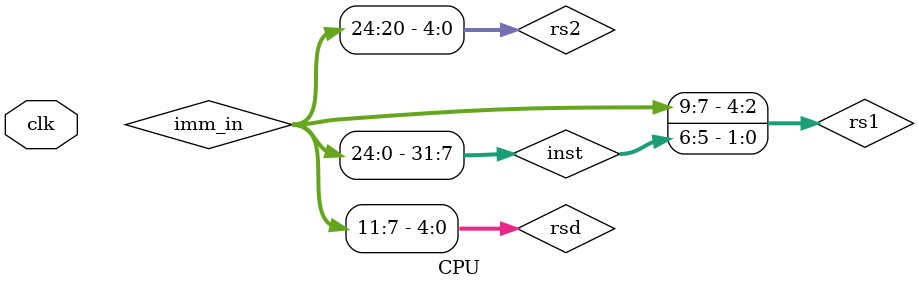
<source format=sv>
module CPU #(
  parameter DATA_WIDTH = 32
)(
  input logic clk
);

  // Wires of Datapath
  logic [DATA_WIDTH-1:0] pc_in, pc_out, pc_plus4_out;
  logic [4:0]            rs1, rs2, rsd;
  logic [DATA_WIDTH-1:0] rs1_out, rs2_out;
  logic [DATA_WIDTH-1:0] imem_out;
  logic [DATA_WIDTH-1:7] imm_in;
  logic [DATA_WIDTH-1:0] imm_out;
  logic [DATA_WIDTH-1:0] alumux1_out, alumux2_out, aluout;
  logic [DATA_WIDTH-1:0] dmem_out;
  logic [DATA_WIDTH-1:0] wb_out;
  
  // Wires of Control Unit
  logic [DATA_WIDTH-1:0] inst;
  logic                  br_eq, br_lt;
  
  logic                  pcmux_sel;
  logic [2:0]            imm_sel;
  logic                  regfilemux_sel;
  logic                  cmpop;
  logic                  alumux1_sel,alumux2_sel;
  logic [3:0]            aluop;
  logic                  dmem_sel;
  logic [1:0]            wbmux_sel;

  

  assign rs1 = inst[19:5];
  assign rs2 = inst[24:20];
  assign rsd = inst[11:7];
  
  assign imm_in = inst[31:7];

  // DATAPATH 
  // IF: Instruction Fetch
  mux_2to1 PCmux(
    .i_data1 (pc_plus4_out), .i_data2 (aluout), .mux_sel (pcmux_sel),
    .o_data  (pc_in)
  );
  
  ProgramCounter PC(
    .i_data (pc_in), .clk (clk),
    .o_data (pc_out)
  );
  
  Plus4 PCPlus4(
    .i_data (pc_out),
    .o_data (pc_plus4_out)
  );

  IMem  IMEM(
  .i_data (pc_out),
  .o_data (inst)
  );
  
  // ID: Instruction Decode
  RegisterFile RegisterBank(
    .Read1(rs1), .Read2(rs2), .WriteReg(rsd), .WriteData(wb_out), .RegWrite(regfilemux_sel), .clk(clk),
    .Data1(rs1_out), .Data2(rs2_out)
  );
  
  ImmGen immgen(
    .i_Imm (imm_in), .ImmSel(imm_sel), 
    .o_Imm (imm_out)
  );
  
  // EX: Excute
  
  mux_2to1 ALUmux1(
    .i_data1 (rs1_out), .i_data2 (pc_out), .mux_sel (alumux1_sel),
    .o_data  (alumux1_out)
  );
  
  mux_2to1 ALUmux2(
    .i_data1 (rs2_out), .i_data2 (imm_out), .mux_sel (alumux2_sel),
    .o_data  (alumux2_out)
  );
  
  ALU_RiscV32 ALU(
    .i_alu1(alumux1_out), .i_alu2(alumux2_out), .i_alu_sel(aluop),
    .o_alu(aluout)
  );
  
  Comparater BranchComp(
    .i_data1 (rs1_out), .i_data2(rs2_out), .BranchOp(cmpop),
    .BrEq(br_eq), .BrLT(br_lt)
  );
  
  //MEM: Memory Access
  DMem DMEM(
    .DataW(rs2_out), .Addr(aluout), .MemRW(dmem_sel), .clk(clk),
    .DataR(dmem_out)
  );
  
  mux_3to1 Wbmux(
    .i_data1(dmem_out), .i_data2(aluout), .i_data3(pc_plus4_out), .mux_sel(wbmux_sel),
    .o_data (wb_out)
);

  // WB: Register Write
  
  
  //CONTROL UNIT
  ControlUnit control(
    .Inst(inst), .BrEq(br_eq), .BrLT(br_lt),
    .PCSel(pcmux_sel), .ImmSel(imm_sel), .RegWEn(regfilemux_sel), 
    .BrUn(cmpop), .BSel(alumux2_sel), .ASel(alumux1_sel),
    .ALUSel(aluop), .MemRW(dmem_sel), .WBSel(wbmux_sel)
);
  
endmodule
</source>
